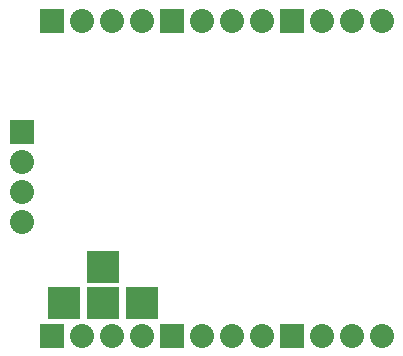
<source format=gbs>
G04 #@! TF.FileFunction,Soldermask,Bot*
%FSLAX46Y46*%
G04 Gerber Fmt 4.6, Leading zero omitted, Abs format (unit mm)*
G04 Created by KiCad (PCBNEW (2015-01-16 BZR 5376)-product) date 25/06/2015 00:16:14*
%MOMM*%
G01*
G04 APERTURE LIST*
%ADD10C,0.150000*%
%ADD11R,2.032000X2.032000*%
%ADD12C,2.032000*%
%ADD13R,2.743200X2.743200*%
G04 APERTURE END LIST*
D10*
D11*
X109220000Y-45720000D03*
D12*
X111760000Y-45720000D03*
X114300000Y-45720000D03*
X116840000Y-45720000D03*
D11*
X99060000Y-45720000D03*
D12*
X101600000Y-45720000D03*
X104140000Y-45720000D03*
X106680000Y-45720000D03*
D11*
X88900000Y-45720000D03*
D12*
X91440000Y-45720000D03*
X93980000Y-45720000D03*
X96520000Y-45720000D03*
D11*
X109220000Y-72390000D03*
D12*
X111760000Y-72390000D03*
X114300000Y-72390000D03*
X116840000Y-72390000D03*
D11*
X99060000Y-72390000D03*
D12*
X101600000Y-72390000D03*
X104140000Y-72390000D03*
X106680000Y-72390000D03*
D11*
X88900000Y-72390000D03*
D12*
X91440000Y-72390000D03*
X93980000Y-72390000D03*
X96520000Y-72390000D03*
D11*
X86360000Y-55118000D03*
D12*
X86360000Y-57658000D03*
X86360000Y-60198000D03*
X86360000Y-62738000D03*
D13*
X96520000Y-69596000D03*
X93218000Y-69596000D03*
X89916000Y-69596000D03*
X93218000Y-66548000D03*
M02*

</source>
